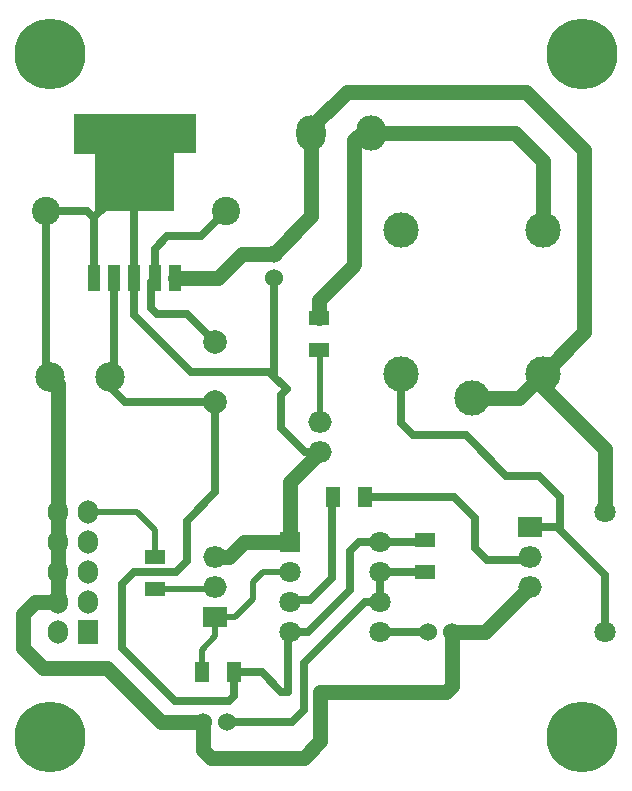
<source format=gbl>
%FSLAX44Y44*%
%MOMM*%
G71*
G01*
G75*
G04 Layer_Physical_Order=2*
G04 Layer_Color=13278208*
%ADD10R,1.7780X1.1430*%
%ADD11R,1.1430X1.7780*%
%ADD12R,1.0700X2.1600*%
%ADD13C,1.2700*%
%ADD14C,0.6350*%
%ADD15C,0.5080*%
%ADD16C,1.5240*%
%ADD17C,2.5000*%
%ADD18C,1.8000*%
%ADD19C,2.4000*%
%ADD20O,2.0000X1.8000*%
%ADD21C,2.0000*%
%ADD22R,1.7000X2.0000*%
%ADD23O,1.7000X2.0000*%
%ADD24R,2.0000X1.8000*%
%ADD25C,3.0000*%
%ADD26R,1.8000X1.8000*%
%ADD27O,2.5000X3.0000*%
%ADD28C,6.0000*%
G36*
X123190Y494030D02*
X104775D01*
Y445135D01*
X39370D01*
X38100Y446405D01*
Y493395D01*
X20320D01*
Y527050D01*
X123190D01*
Y494030D01*
D02*
G37*
D10*
X88900Y152400D02*
D03*
Y125222D02*
D03*
X317500Y139700D02*
D03*
Y166878D02*
D03*
X227330Y327660D02*
D03*
Y354838D02*
D03*
D11*
X128270Y54610D02*
D03*
X155448D02*
D03*
X266700Y203200D02*
D03*
X239522D02*
D03*
D12*
X105092Y387985D02*
D03*
X88092D02*
D03*
X71093D02*
D03*
X54092D02*
D03*
X37092D02*
D03*
D13*
X402590Y546100D02*
X452120Y496570D01*
X250825Y546100D02*
X402590D01*
X220980Y516255D02*
X250825Y546100D01*
X220980Y440690D02*
Y516255D01*
X257175Y400050D02*
Y504825D01*
X263525Y511175D01*
X393065D02*
X416870Y487370D01*
X263525Y511175D02*
X393065D01*
X105092Y387985D02*
X141605D01*
X162560Y408940D01*
X189230D01*
X220980Y440690D01*
X227330Y369570D02*
X256540Y398780D01*
X227330Y354838D02*
Y369570D01*
X416870Y296230D02*
Y307020D01*
X356870Y287020D02*
X396870D01*
X416870Y307020D01*
X452120Y342270D01*
Y496570D01*
X416870Y429020D02*
Y487370D01*
X469900Y190500D02*
Y243200D01*
X416870Y296230D02*
X469900Y243200D01*
X0Y304800D02*
X6350Y298450D01*
Y139700D02*
Y165100D01*
Y114300D02*
Y139700D01*
Y165100D02*
Y190500D01*
Y298450D01*
X139700Y152400D02*
X151130D01*
X163830Y165100D01*
X203200D01*
X-12700Y114300D02*
X6350D01*
X129540Y-11430D02*
Y12700D01*
Y-11430D02*
X135890Y-17780D01*
X214630D01*
X228600Y-3810D01*
Y38100D01*
X203200Y165100D02*
Y215900D01*
X228600Y241300D01*
X340360Y88900D02*
X368300D01*
X406400Y127000D01*
X340360Y43180D02*
Y88900D01*
X335280Y38100D02*
X340360Y43180D01*
X228600Y38100D02*
X335280D01*
X-22860Y104140D02*
X-12700Y114300D01*
X93980Y12700D02*
X129540D01*
X48260Y58420D02*
X93980Y12700D01*
X-22860Y74930D02*
Y104140D01*
Y74930D02*
X-6350Y58420D01*
X48260D01*
D14*
X187960Y306070D02*
X200025Y294005D01*
X185420Y308610D02*
X187960Y306070D01*
X189230Y307340D01*
Y388620D01*
X296870Y265740D02*
Y307020D01*
Y265740D02*
X307340Y255270D01*
X351790D01*
X71093Y387985D02*
Y455902D01*
X73660Y458470D01*
X37092Y439683D02*
X52070Y454660D01*
X88092Y387985D02*
Y413213D01*
X99060Y424180D01*
X127317D01*
X148272Y445135D01*
X-4128Y308927D02*
Y445135D01*
Y308927D02*
X0Y304800D01*
X54092Y308092D02*
Y387985D01*
X50800Y304800D02*
X54092Y308092D01*
X71093Y356898D02*
Y387985D01*
X37092D02*
Y439157D01*
X31115Y445135D02*
X37092Y439157D01*
X-4128Y445135D02*
X31115D01*
X37092Y439157D02*
Y439683D01*
X469900Y88900D02*
Y137160D01*
X431800Y175260D02*
X469900Y137160D01*
X431800Y175260D02*
Y203200D01*
X414020Y220980D02*
X431800Y203200D01*
X386080Y220980D02*
X414020D01*
X351790Y255270D02*
X386080Y220980D01*
X215900Y241300D02*
X228600D01*
X195580Y261620D02*
Y289560D01*
Y261620D02*
X215900Y241300D01*
X71093Y356898D02*
X119380Y308610D01*
X185420D01*
X195580Y289560D02*
X200025Y294005D01*
X115570Y358140D02*
X139700Y334010D01*
X90170Y358140D02*
X115570D01*
X85090Y363220D02*
X90170Y358140D01*
X85090Y363220D02*
Y384982D01*
X88092Y387985D01*
X63500Y283210D02*
X139700D01*
X50800Y295910D02*
X63500Y283210D01*
X50800Y295910D02*
Y304800D01*
X139700Y207010D02*
Y283210D01*
X115570Y182880D02*
X139700Y207010D01*
X115570Y148590D02*
Y182880D01*
X106680Y139700D02*
X115570Y148590D01*
X71120Y139700D02*
X106680D01*
X151130Y30480D02*
X155448Y34798D01*
Y54610D01*
X201422Y38100D02*
Y87122D01*
X203200Y88900D01*
X195580Y38100D02*
X201422D01*
X179070Y54610D02*
X195580Y38100D01*
X155448Y54610D02*
X179070D01*
X261620Y165100D02*
X279400D01*
X203200Y114300D02*
X204470Y115570D01*
X266700Y203200D02*
X341630D01*
X359410Y185420D01*
Y160020D02*
Y185420D01*
Y160020D02*
X369570Y149860D01*
X403860D01*
X406400Y152400D01*
X279400Y165100D02*
X315722D01*
X317500Y166878D01*
X279400Y139700D02*
X317500D01*
X279400Y88900D02*
X320040D01*
X406400Y177800D02*
X429260D01*
X431800Y175260D01*
X279400Y114300D02*
Y139700D01*
X149860Y12700D02*
X204470D01*
X214630Y22860D01*
X204470Y115570D02*
X219710D01*
X214630Y22860D02*
Y62230D01*
X266700Y114300D01*
X279400D01*
X203200Y88900D02*
X218440D01*
X219710Y115570D02*
X238760Y134620D01*
Y198120D01*
X218440Y88900D02*
X254000Y124460D01*
Y157480D01*
X261620Y165100D01*
X60960Y129540D02*
X71120Y139700D01*
X60960Y74930D02*
Y129540D01*
Y74930D02*
X105410Y30480D01*
X151130D01*
D15*
X227330Y327660D02*
X228600Y326390D01*
Y266700D02*
Y326390D01*
X31750Y190500D02*
X73660D01*
X88900Y175260D01*
Y152400D02*
Y175260D01*
Y125222D02*
X137922D01*
X139700Y127000D01*
Y85090D02*
Y101600D01*
X128270Y73660D02*
X139700Y85090D01*
X128270Y54610D02*
Y73660D01*
X139700Y101600D02*
X156210D01*
X171450Y116840D01*
Y130810D01*
X180340Y139700D01*
X203200D01*
D16*
X189230Y388620D02*
D03*
Y408940D02*
D03*
X320040Y88900D02*
D03*
X340360D02*
D03*
X149860Y12700D02*
D03*
X129540D02*
D03*
D17*
X50800Y304800D02*
D03*
X0D02*
D03*
D18*
X469900Y190500D02*
D03*
Y88900D02*
D03*
X279400D02*
D03*
Y114300D02*
D03*
Y139700D02*
D03*
Y165100D02*
D03*
X203200Y88900D02*
D03*
Y114300D02*
D03*
Y139700D02*
D03*
D19*
X148272Y445135D02*
D03*
X-4128D02*
D03*
D20*
X228600Y266700D02*
D03*
Y241300D02*
D03*
X139700Y152400D02*
D03*
Y127000D02*
D03*
X406400D02*
D03*
Y152400D02*
D03*
D21*
X139700Y283210D02*
D03*
Y334010D02*
D03*
D22*
X31750Y88900D02*
D03*
D23*
X6350D02*
D03*
X31750Y114300D02*
D03*
X6350D02*
D03*
X31750Y139700D02*
D03*
X6350D02*
D03*
X31750Y165100D02*
D03*
X6350D02*
D03*
X31750Y190500D02*
D03*
X6350D02*
D03*
D24*
X139700Y101600D02*
D03*
X406400Y177800D02*
D03*
D25*
X296870Y429020D02*
D03*
X416870D02*
D03*
X296870Y307020D02*
D03*
X416870D02*
D03*
X356870Y287020D02*
D03*
D26*
X203200Y165100D02*
D03*
D27*
X220980Y511175D02*
D03*
X271780D02*
D03*
D28*
X0Y0D02*
D03*
X450000D02*
D03*
X0Y577850D02*
D03*
X450000D02*
D03*
M02*

</source>
